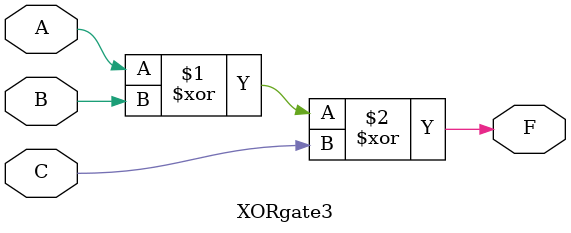
<source format=v>
/* 3입력에 대한 XOR 회로 설계 */
module XORgate3(A, B, C, F);
  input A, B, C;
  output F;

  assign F = A^B^C;

endmodule

</source>
